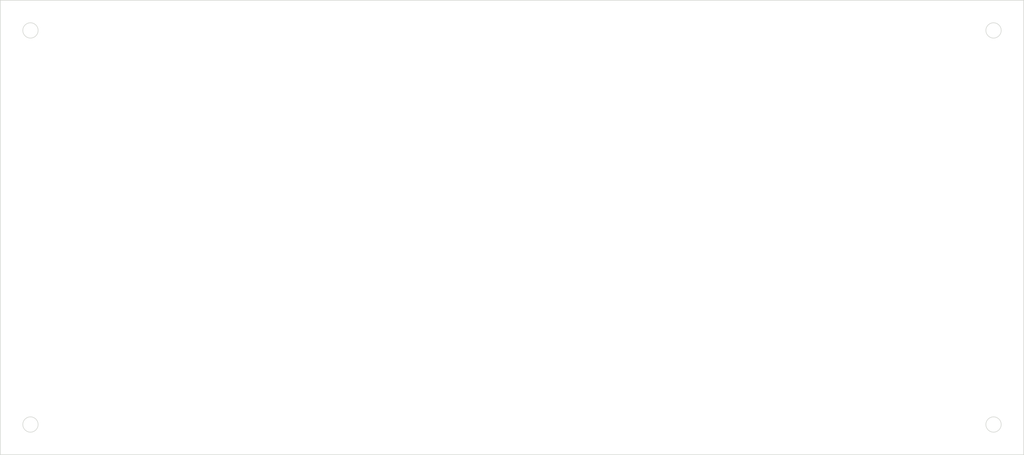
<source format=kicad_pcb>
(kicad_pcb
	(version 20240108)
	(generator "pcbnew")
	(generator_version "8.0")
	(general
		(thickness 1.6)
		(legacy_teardrops no)
	)
	(paper "User" 600 300)
	(title_block
		(date "2024-07-10")
		(rev "1")
	)
	(layers
		(0 "F.Cu" signal)
		(31 "B.Cu" signal)
		(32 "B.Adhes" user "B.Adhesive")
		(33 "F.Adhes" user "F.Adhesive")
		(34 "B.Paste" user)
		(35 "F.Paste" user)
		(36 "B.SilkS" user "B.Silkscreen")
		(37 "F.SilkS" user "F.Silkscreen")
		(38 "B.Mask" user)
		(39 "F.Mask" user)
		(40 "Dwgs.User" user "User.Drawings")
		(41 "Cmts.User" user "User.Comments")
		(42 "Eco1.User" user "User.Eco1")
		(43 "Eco2.User" user "User.Eco2")
		(44 "Edge.Cuts" user)
		(45 "Margin" user)
		(46 "B.CrtYd" user "B.Courtyard")
		(47 "F.CrtYd" user "F.Courtyard")
		(48 "B.Fab" user)
		(49 "F.Fab" user)
		(50 "User.1" user)
		(51 "User.2" user)
		(52 "User.3" user)
		(53 "User.4" user)
		(54 "User.5" user)
		(55 "User.6" user)
		(56 "User.7" user)
		(57 "User.8" user)
		(58 "User.9" user)
	)
	(setup
		(pad_to_mask_clearance 0)
		(allow_soldermask_bridges_in_footprints no)
		(pcbplotparams
			(layerselection 0x00010fc_ffffffff)
			(plot_on_all_layers_selection 0x0000000_00000000)
			(disableapertmacros no)
			(usegerberextensions no)
			(usegerberattributes yes)
			(usegerberadvancedattributes yes)
			(creategerberjobfile yes)
			(dashed_line_dash_ratio 12.000000)
			(dashed_line_gap_ratio 3.000000)
			(svgprecision 4)
			(plotframeref no)
			(viasonmask no)
			(mode 1)
			(useauxorigin no)
			(hpglpennumber 1)
			(hpglpenspeed 20)
			(hpglpendiameter 15.000000)
			(pdf_front_fp_property_popups yes)
			(pdf_back_fp_property_popups yes)
			(dxfpolygonmode yes)
			(dxfimperialunits yes)
			(dxfusepcbnewfont yes)
			(psnegative no)
			(psa4output no)
			(plotreference yes)
			(plotvalue yes)
			(plotfptext yes)
			(plotinvisibletext no)
			(sketchpadsonfab no)
			(subtractmaskfromsilk no)
			(outputformat 1)
			(mirror no)
			(drillshape 1)
			(scaleselection 1)
			(outputdirectory "")
		)
	)
	(net 0 "")
	(gr_circle
		(center 507.5 235)
		(end 510.8 235)
		(stroke
			(width 0.25)
			(type default)
		)
		(fill none)
		(layer "Edge.Cuts")
		(uuid "09910744-d0c5-4dd5-bf68-2ee6640feefe")
	)
	(gr_circle
		(center 507.5 65)
		(end 510.8 65)
		(stroke
			(width 0.25)
			(type default)
		)
		(fill none)
		(layer "Edge.Cuts")
		(uuid "0c68b545-115e-426c-86d7-152de08f0885")
	)
	(gr_circle
		(center 92.5 65)
		(end 95.8 65)
		(stroke
			(width 0.25)
			(type default)
		)
		(fill none)
		(layer "Edge.Cuts")
		(uuid "2cace7fb-efa3-4a69-9436-c450d44c227f")
	)
	(gr_line
		(start 79.5 248)
		(end 520.5 248)
		(stroke
			(width 0.25)
			(type default)
		)
		(layer "Edge.Cuts")
		(uuid "69a8ce82-5dc0-419f-aeda-df286849c7d5")
	)
	(gr_line
		(start 79.5 52)
		(end 79.5 248)
		(stroke
			(width 0.25)
			(type default)
		)
		(layer "Edge.Cuts")
		(uuid "738a31fa-dd83-4225-a911-1ed008b0a817")
	)
	(gr_line
		(start 520.5 52)
		(end 79.5 52)
		(stroke
			(width 0.25)
			(type default)
		)
		(layer "Edge.Cuts")
		(uuid "b092c5fc-0e82-4193-8117-34c6e61d95e3")
	)
	(gr_line
		(start 520.5 248)
		(end 520.5 52)
		(stroke
			(width 0.25)
			(type default)
		)
		(layer "Edge.Cuts")
		(uuid "b2ca7945-34a0-4239-b7ba-5c015029d898")
	)
	(gr_circle
		(center 92.5 235)
		(end 95.8 235)
		(stroke
			(width 0.25)
			(type default)
		)
		(fill none)
		(layer "Edge.Cuts")
		(uuid "f9514bd6-7235-4f0e-b0ed-cf3f76947d34")
	)
	(group ""
		(uuid "466ad1a4-d15c-4f78-ba46-19cad3357f5f")
		(members "09910744-d0c5-4dd5-bf68-2ee6640feefe" "0c68b545-115e-426c-86d7-152de08f0885"
			"2cace7fb-efa3-4a69-9436-c450d44c227f" "69a8ce82-5dc0-419f-aeda-df286849c7d5"
			"738a31fa-dd83-4225-a911-1ed008b0a817" "b092c5fc-0e82-4193-8117-34c6e61d95e3"
			"b2ca7945-34a0-4239-b7ba-5c015029d898" "f9514bd6-7235-4f0e-b0ed-cf3f76947d34"
		)
	)
)

</source>
